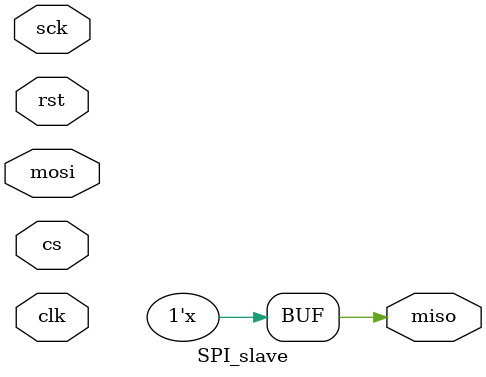
<source format=v>
`timescale 1ns/1ps

module SPI_slave (
    input wire clk,
    input wire rst,
    // Chip Select
    input wire cs,
    // Serial Clock
    input wire sck,
    // Master Out Slave In
    input wire mosi,
    // Master In Slave Out
    output reg miso
);

    reg [5:0] data_count;
    reg data_end;

    always @(posedge clk) begin
        if (rst) begin
            data_count <= 0;
            data_end <= 0;
        end
        else begin
            if (current_state == DATA) begin
                if (sck == 1) begin
                    if (data_count == 63) begin
                        data_count <= 0;
                        data_end <= 1;
                    end
                    else begin
                        data_count <= data_count + 1;
                        data_end <= 0;
                    end
                end
                else begin
                    data_count <= data_count;
                    data_end <= 0;
                end
            end
            else begin
                data_count <= 0;
                data_end <= 0;
            end
        end
    end

    // Master Out Slave In

    reg [7:0] command_save;
    reg [23:0] address_save;
    reg [31:0] data_save;

    always @(posedge sck) begin
        if (rst) begin
            command_save <= 0;
            address_save <= 0;
            data_save <= 0;
        end
        else begin
            if (current_state == DATA) begin
                // Command, address and data saved from MOSI line from MSB respectively
                if ((data_count >= 0) && (data_count < 8)) begin
                    command_save <= {command_save[6:0],mosi};
                end
                else if ((data_count >= 8) && (data_count < 32)) begin
                    address_save <= {address_save[22:0],mosi};
                end
                else if ((data_count >= 32) && (data_count <= 63)) begin
                    data_save <= {data_save[30:0],mosi};
                end
                else begin
                    command_save <= command_save;
                    address_save <= address_save;
                    data_save <= data_save;
                end        
            end
            else begin
                command_save <= command_save;
                address_save <= address_save;
                data_save <= data_save;
            end
        end
    end

    // Master In Slave Out

    reg [31:0] data_out;

    always @(negedge sck) begin
        if (rst) begin
            data_out <= 0;
        end
        else begin
            if (current_state == DATA) begin
                if ((data_count > 1) && (data_count < 8)) begin
                    data_out <= data_save;
                end
                else if ((data_count >= 8) && (data_count <= 63)) begin
                    // Data shifted serially on MISO line from MSB respectively
                    if ((data_count > 32) && (data_count <= 63)) begin
                        data_out <= {data_out[30:0],1'b0};
                    end
                    else begin
                        data_out <= data_out;
                    end
                end
                else begin
                    data_out <= data_out;
                end
            end
            else begin
                data_out <= data_out;
            end
        end
    end

    // Finite State Machine

    localparam IDLE = 2'b00;
    localparam DATA = 2'b10;
    localparam DISABLE = 2'b11;

    reg [1:0] current_state, next_state;

    always @(posedge clk) begin
        if (rst) begin
            current_state <= 0;
        end
        else begin
            current_state <= next_state;
        end
    end

    always @(*) begin
        if (rst) begin
            next_state = 0;
        end
        else begin
            case (next_state)
                IDLE: begin
                    miso = 0;
                    if (cs == 1'b0) begin
                        next_state = DATA;
                    end
                end
                DATA: begin
                    if ((data_count >= 32) && (data_count <= 63)) begin
                        // Data shifted serially on MOSI line from MSB respectively on command ALL ONES
                        if (command_save == 8'hff) begin
                            miso = data_out[31];
                        end
                        else begin
                            miso = 0;
                        end
                        
                    end
                    else begin
                        miso = 0;
                    end            
                    
                    if (data_end == 1'b1) begin
                        next_state = DISABLE;
                    end
                end
                DISABLE: begin
                    miso = 0;
                    if (cs == 1'b1) begin
                        next_state = IDLE;
                    end
                end
                default: next_state = IDLE;
            endcase
        end
    end

endmodule
</source>
